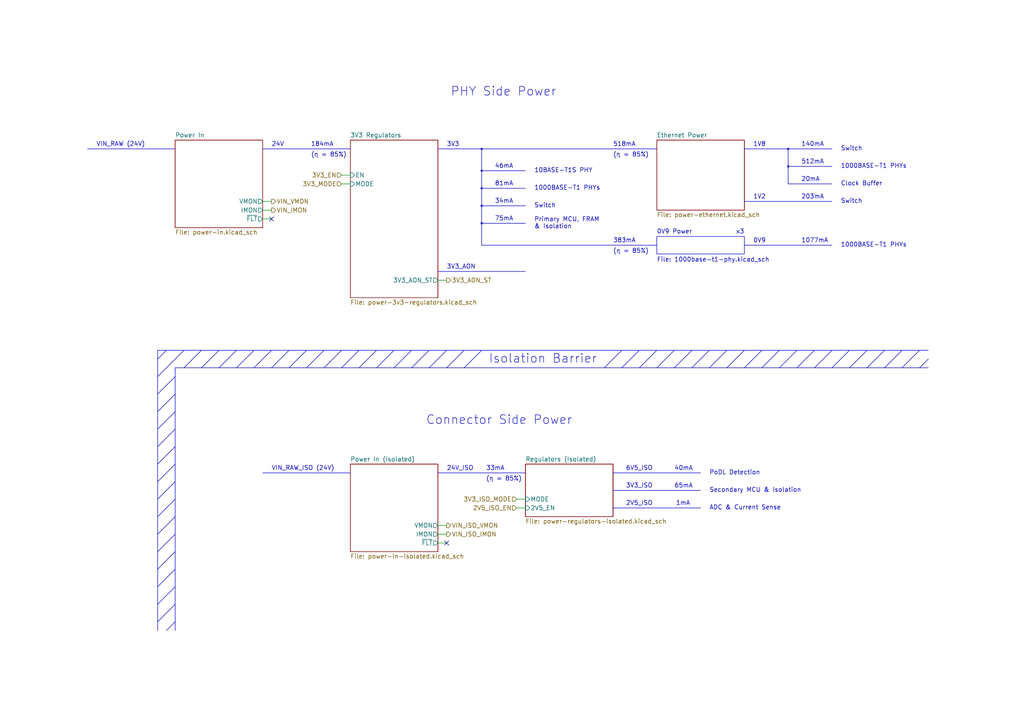
<source format=kicad_sch>
(kicad_sch
	(version 20250114)
	(generator "eeschema")
	(generator_version "9.0")
	(uuid "a5dbc0e8-35b2-4b3f-af95-8a48a572a6cf")
	(paper "A4")
	(title_block
		(title "Power")
		(date "2025-06-30")
		(comment 4 "Block diagram of the power supply scheme for both sides of the isolation barrier.")
	)
	(lib_symbols)
	(circle
		(center 228.6 48.26)
		(radius 0.254)
		(stroke
			(width 0)
			(type solid)
		)
		(fill
			(type color)
			(color 0 0 0 0)
		)
		(uuid 254e1f99-c273-4a82-bc36-0891e35c2976)
	)
	(circle
		(center 139.7 59.69)
		(radius 0.254)
		(stroke
			(width 0)
			(type solid)
		)
		(fill
			(type color)
			(color 0 0 0 0)
		)
		(uuid 37880b20-c48e-4818-ab9a-921a402915e9)
	)
	(circle
		(center 139.7 49.53)
		(radius 0.254)
		(stroke
			(width 0)
			(type solid)
		)
		(fill
			(type color)
			(color 0 0 0 0)
		)
		(uuid 5b52a593-29da-4ee1-bf26-24abdf0bb604)
	)
	(circle
		(center 139.7 64.77)
		(radius 0.254)
		(stroke
			(width 0)
			(type solid)
		)
		(fill
			(type color)
			(color 0 0 0 0)
		)
		(uuid 60569ff2-edac-4790-bb94-214567452022)
	)
	(circle
		(center 139.7 54.61)
		(radius 0.254)
		(stroke
			(width 0)
			(type solid)
		)
		(fill
			(type color)
			(color 0 0 0 0)
		)
		(uuid 8476108a-e8ad-4452-bb09-23186216f4d2)
	)
	(circle
		(center 139.7 43.18)
		(radius 0.254)
		(stroke
			(width 0)
			(type solid)
		)
		(fill
			(type color)
			(color 0 0 0 0)
		)
		(uuid b3af266a-04bf-4110-9f7a-5c4ae7be3e3c)
	)
	(circle
		(center 228.6 43.18)
		(radius 0.254)
		(stroke
			(width 0)
			(type solid)
		)
		(fill
			(type color)
			(color 0 0 0 0)
		)
		(uuid c2981d2e-12c7-44cf-aa53-c2b2267aacb8)
	)
	(text "1V2"
		(exclude_from_sim no)
		(at 218.44 57.15 0)
		(effects
			(font
				(size 1.27 1.27)
			)
			(justify left)
		)
		(uuid "00a18a89-dc1a-4873-86e9-53b7fdeacf89")
	)
	(text "Primary MCU, FRAM\n& Isolation"
		(exclude_from_sim no)
		(at 154.94 64.77 0)
		(effects
			(font
				(size 1.27 1.27)
			)
			(justify left)
			(href "#8")
		)
		(uuid "00bd2731-771e-4808-bca6-a6b5147b54c5")
	)
	(text "VIN_RAW_ISO (24V)"
		(exclude_from_sim no)
		(at 78.74 135.89 0)
		(effects
			(font
				(size 1.27 1.27)
			)
			(justify left)
		)
		(uuid "03748e91-ef05-4665-a605-f63a73c1ed24")
	)
	(text "34mA"
		(exclude_from_sim no)
		(at 143.51 58.42 0)
		(effects
			(font
				(size 1.27 1.27)
			)
			(justify left)
		)
		(uuid "04c9438d-bf30-4274-8ba7-efe8beb568af")
	)
	(text "81mA"
		(exclude_from_sim no)
		(at 143.51 53.34 0)
		(effects
			(font
				(size 1.27 1.27)
			)
			(justify left)
		)
		(uuid "0960c66e-7f90-46b7-97a2-c0cb7495dbe0")
	)
	(text "VIN_RAW (24V)"
		(exclude_from_sim no)
		(at 27.94 41.91 0)
		(effects
			(font
				(size 1.27 1.27)
			)
			(justify left)
		)
		(uuid "0a7378f8-f272-4c34-894f-4f0b02d1a97e")
	)
	(text "(η = 85%)"
		(exclude_from_sim no)
		(at 140.97 139.7 0)
		(effects
			(font
				(size 1.27 1.27)
			)
			(justify left bottom)
		)
		(uuid "0dfb5673-b435-40e1-a7b0-1dd9c4f67d0a")
	)
	(text "Clock Buffer"
		(exclude_from_sim no)
		(at 243.84 53.34 0)
		(effects
			(font
				(size 1.27 1.27)
			)
			(justify left)
			(href "#12")
		)
		(uuid "10ba64cc-917e-40ae-9869-f64947bf0b43")
	)
	(text "Switch"
		(exclude_from_sim no)
		(at 154.94 59.69 0)
		(effects
			(font
				(size 1.27 1.27)
			)
			(justify left)
			(href "#9")
		)
		(uuid "1293fd66-1501-40cb-8e2d-fbb3514aefb9")
	)
	(text "40mA"
		(exclude_from_sim no)
		(at 195.58 135.89 0)
		(effects
			(font
				(size 1.27 1.27)
			)
			(justify left)
		)
		(uuid "1c6c39a2-b0b5-4d6d-a557-c480c14ba0cd")
	)
	(text "1V8"
		(exclude_from_sim no)
		(at 218.44 41.91 0)
		(effects
			(font
				(size 1.27 1.27)
			)
			(justify left)
		)
		(uuid "2231b1d6-6412-4c78-a628-fb4e8264ed57")
	)
	(text "10BASE-T1S PHY"
		(exclude_from_sim no)
		(at 154.94 49.53 0)
		(effects
			(font
				(size 1.27 1.27)
			)
			(justify left)
			(href "#16")
		)
		(uuid "2c2753d4-203e-4d2f-a031-1a15bbc48c14")
	)
	(text "3V3"
		(exclude_from_sim no)
		(at 129.54 41.91 0)
		(effects
			(font
				(size 1.27 1.27)
			)
			(justify left)
		)
		(uuid "36988b38-698f-4cd2-9b25-5bc23a22c6cd")
	)
	(text "(η = 85%)"
		(exclude_from_sim no)
		(at 177.8 45.72 0)
		(effects
			(font
				(size 1.27 1.27)
			)
			(justify left bottom)
		)
		(uuid "387ddc8f-e1f5-402b-8d99-83aaa3ca66e4")
	)
	(text "140mA"
		(exclude_from_sim no)
		(at 232.41 41.91 0)
		(effects
			(font
				(size 1.27 1.27)
			)
			(justify left)
		)
		(uuid "3e7b7d56-b411-48b7-96ac-0404bd72ed73")
	)
	(text "24V_ISO"
		(exclude_from_sim no)
		(at 129.54 135.89 0)
		(effects
			(font
				(size 1.27 1.27)
			)
			(justify left)
		)
		(uuid "4351b5c7-bc00-45e8-84ec-5a41669a2190")
	)
	(text "33mA"
		(exclude_from_sim no)
		(at 140.97 135.89 0)
		(effects
			(font
				(size 1.27 1.27)
			)
			(justify left)
		)
		(uuid "4893daa9-492e-4043-b13e-aa705810f1cc")
	)
	(text "512mA"
		(exclude_from_sim no)
		(at 232.41 46.99 0)
		(effects
			(font
				(size 1.27 1.27)
			)
			(justify left)
		)
		(uuid "57f0d8c0-77f0-449c-af33-87b6e37be32b")
	)
	(text "1mA"
		(exclude_from_sim no)
		(at 198.12 146.05 0)
		(effects
			(font
				(size 1.27 1.27)
			)
		)
		(uuid "5c7ea2d9-be0b-45bc-bb49-a54486aeb4c5")
	)
	(text "46mA"
		(exclude_from_sim no)
		(at 143.51 48.26 0)
		(effects
			(font
				(size 1.27 1.27)
			)
			(justify left)
		)
		(uuid "5c87de94-c792-4250-aa0f-0f5b34159c4c")
	)
	(text "0V9 Power"
		(exclude_from_sim no)
		(at 190.5 67.31 0)
		(effects
			(font
				(size 1.27 1.27)
			)
			(justify left)
			(href "#13")
		)
		(uuid "5cecc79f-f7b7-4090-a180-0068a3658940")
	)
	(text "(η = 85%)"
		(exclude_from_sim no)
		(at 177.8 73.66 0)
		(effects
			(font
				(size 1.27 1.27)
			)
			(justify left bottom)
		)
		(uuid "6470396a-c567-481a-a82f-1004cd40a5c8")
	)
	(text "1000BASE-T1 PHYs"
		(exclude_from_sim no)
		(at 243.84 48.26 0)
		(effects
			(font
				(size 1.27 1.27)
			)
			(justify left)
			(href "#13")
		)
		(uuid "6c041514-db93-4fe5-a826-666ec3796d57")
	)
	(text "24V"
		(exclude_from_sim no)
		(at 78.74 41.91 0)
		(effects
			(font
				(size 1.27 1.27)
			)
			(justify left)
		)
		(uuid "6c0c026e-64b2-4621-b12d-e29a7242d78c")
	)
	(text "1000BASE-T1 PHYs"
		(exclude_from_sim no)
		(at 243.84 71.12 0)
		(effects
			(font
				(size 1.27 1.27)
			)
			(justify left)
			(href "#13")
		)
		(uuid "6d37c54f-149d-4c8b-b600-e54ee70f325e")
	)
	(text "File: 1000base-t1-phy.kicad_sch"
		(exclude_from_sim no)
		(at 190.5 76.2 0)
		(effects
			(font
				(size 1.27 1.27)
			)
			(justify left bottom)
			(href "#13")
		)
		(uuid "707ac8e5-cc41-409f-a911-ddcf6e2f3ef5")
	)
	(text "Switch"
		(exclude_from_sim no)
		(at 243.84 43.18 0)
		(effects
			(font
				(size 1.27 1.27)
			)
			(justify left)
			(href "#9")
		)
		(uuid "7ef54173-860c-473b-b405-aa936d77935f")
	)
	(text "518mA"
		(exclude_from_sim no)
		(at 177.8 41.91 0)
		(effects
			(font
				(size 1.27 1.27)
			)
			(justify left)
		)
		(uuid "863651d8-26dd-4f26-8f5e-3bbc918c145d")
	)
	(text "PHY Side Power"
		(exclude_from_sim no)
		(at 146.05 26.67 0)
		(effects
			(font
				(size 2.54 2.54)
			)
		)
		(uuid "8d8dc95c-2dfb-42cc-b8d9-e7c26a266a1d")
	)
	(text "184mA"
		(exclude_from_sim no)
		(at 90.17 41.91 0)
		(effects
			(font
				(size 1.27 1.27)
			)
			(justify left)
		)
		(uuid "929556d0-c5f8-477d-82c3-c0094f8562d8")
	)
	(text "1077mA"
		(exclude_from_sim no)
		(at 232.41 69.85 0)
		(effects
			(font
				(size 1.27 1.27)
			)
			(justify left)
		)
		(uuid "950f1bab-eec5-475b-a508-6c035ec0e891")
	)
	(text "(η = 85%)"
		(exclude_from_sim no)
		(at 90.17 45.72 0)
		(effects
			(font
				(size 1.27 1.27)
			)
			(justify left bottom)
		)
		(uuid "a3196fa5-8deb-4370-876c-8b41b2d12b2e")
	)
	(text "6V5_ISO"
		(exclude_from_sim no)
		(at 185.42 135.89 0)
		(effects
			(font
				(size 1.27 1.27)
			)
		)
		(uuid "a69d193f-4569-44c5-9924-83cafb527415")
	)
	(text "Isolation Barrier"
		(exclude_from_sim no)
		(at 157.48 104.14 0)
		(effects
			(font
				(size 2.54 2.54)
			)
		)
		(uuid "ad9458a2-f174-4c97-a10d-6406407f37d8")
	)
	(text "PoDL Detection"
		(exclude_from_sim no)
		(at 205.74 137.16 0)
		(effects
			(font
				(size 1.27 1.27)
			)
			(justify left)
			(href "#22")
		)
		(uuid "b6139e4d-642c-4766-b949-00e659c24e47")
	)
	(text "2V5_ISO"
		(exclude_from_sim no)
		(at 185.42 146.05 0)
		(effects
			(font
				(size 1.27 1.27)
			)
		)
		(uuid "b77a8213-dd74-4e58-a2b8-3ad5e5f93f83")
	)
	(text "Switch"
		(exclude_from_sim no)
		(at 243.84 58.42 0)
		(effects
			(font
				(size 1.27 1.27)
			)
			(justify left)
			(href "#9")
		)
		(uuid "b848f3fd-759b-4793-b3e5-d037f3d658a5")
	)
	(text "Connector Side Power"
		(exclude_from_sim no)
		(at 144.78 121.92 0)
		(effects
			(font
				(size 2.54 2.54)
			)
		)
		(uuid "b8bb745e-ead6-4b99-8efd-a206101f264b")
	)
	(text "383mA"
		(exclude_from_sim no)
		(at 177.8 69.85 0)
		(effects
			(font
				(size 1.27 1.27)
			)
			(justify left)
		)
		(uuid "b904eb66-6d4d-47b4-8923-49d352e70e36")
	)
	(text "1000BASE-T1 PHYs"
		(exclude_from_sim no)
		(at 154.94 54.61 0)
		(effects
			(font
				(size 1.27 1.27)
			)
			(justify left)
			(href "#13")
		)
		(uuid "ba08ee6f-06b5-430a-aba9-a37545545abe")
	)
	(text "203mA"
		(exclude_from_sim no)
		(at 232.41 57.15 0)
		(effects
			(font
				(size 1.27 1.27)
			)
			(justify left)
		)
		(uuid "befd126d-fe4d-4689-a38b-2dbcaeff9344")
	)
	(text "75mA"
		(exclude_from_sim no)
		(at 143.51 63.5 0)
		(effects
			(font
				(size 1.27 1.27)
			)
			(justify left)
		)
		(uuid "c898b654-2cbc-4e5d-a2e9-9691c0f8b358")
	)
	(text "Secondary MCU & Isolation"
		(exclude_from_sim no)
		(at 205.74 142.24 0)
		(effects
			(font
				(size 1.27 1.27)
			)
			(justify left)
			(href "#26")
		)
		(uuid "c8fb48c0-cb71-4485-ab49-f8204f91da2f")
	)
	(text "65mA"
		(exclude_from_sim no)
		(at 195.58 140.97 0)
		(effects
			(font
				(size 1.27 1.27)
			)
			(justify left)
		)
		(uuid "cf5056ee-cb59-491d-aab6-dea17adb345b")
	)
	(text "ADC & Current Sense"
		(exclude_from_sim no)
		(at 205.74 147.32 0)
		(effects
			(font
				(size 1.27 1.27)
			)
			(justify left)
			(href "#26")
		)
		(uuid "d269f3ad-1906-443b-9f59-d004d12713f5")
	)
	(text "3V3_AON"
		(exclude_from_sim no)
		(at 129.54 77.47 0)
		(effects
			(font
				(size 1.27 1.27)
			)
			(justify left)
		)
		(uuid "d2fd49bc-07d8-43f5-b487-d5e43e82b373")
	)
	(text "20mA"
		(exclude_from_sim no)
		(at 232.41 52.07 0)
		(effects
			(font
				(size 1.27 1.27)
			)
			(justify left)
		)
		(uuid "dc60b5d7-b337-456b-a378-5c26c23fbf5f")
	)
	(text "0V9"
		(exclude_from_sim no)
		(at 218.44 69.85 0)
		(effects
			(font
				(size 1.27 1.27)
			)
			(justify left)
		)
		(uuid "e23412ba-cd59-4fe4-9881-f70355393fee")
	)
	(text "x3"
		(exclude_from_sim no)
		(at 215.9 67.31 0)
		(effects
			(font
				(size 1.27 1.27)
			)
			(justify right)
		)
		(uuid "f001864c-2fa6-4f8e-bc15-f42c7fc6db03")
	)
	(text "3V3_ISO"
		(exclude_from_sim no)
		(at 185.42 140.97 0)
		(effects
			(font
				(size 1.27 1.27)
			)
		)
		(uuid "f9b14070-8fb5-46e4-ae82-cfcd82d0980d")
	)
	(text_box ""
		(exclude_from_sim no)
		(at 190.5 68.58 0)
		(size 25.4 5.08)
		(margins 0.9525 0.9525 0.9525 0.9525)
		(stroke
			(width 0)
			(type solid)
		)
		(fill
			(type none)
		)
		(effects
			(font
				(size 1.27 1.27)
			)
			(justify left top)
			(href "#13")
		)
		(uuid "f03acaed-6c6c-4964-83f4-c27f9aeb9f10")
	)
	(no_connect
		(at 78.74 63.5)
		(uuid "186746c4-9408-44c1-b8da-207fb0e30b38")
	)
	(no_connect
		(at 129.54 157.48)
		(uuid "d413de82-e2f4-4fdb-a022-6ce2c801cdc8")
	)
	(wire
		(pts
			(xy 76.2 60.96) (xy 78.74 60.96)
		)
		(stroke
			(width 0)
			(type default)
		)
		(uuid "030a7c8b-3547-4452-af7a-50d84f42dda2")
	)
	(polyline
		(pts
			(xy 220.98 106.68) (xy 226.06 101.6)
		)
		(stroke
			(width 0)
			(type default)
		)
		(uuid "03f3e5b9-a809-467f-b290-d558e687c35e")
	)
	(polyline
		(pts
			(xy 269.24 106.68) (xy 50.8 106.68)
		)
		(stroke
			(width 0)
			(type default)
		)
		(uuid "0877cab2-3923-4d0e-b856-bb05b38e1026")
	)
	(polyline
		(pts
			(xy 50.8 106.68) (xy 50.8 182.88)
		)
		(stroke
			(width 0)
			(type default)
		)
		(uuid "0b41d8fd-c6fc-4ff9-92c7-06b284c8f25b")
	)
	(polyline
		(pts
			(xy 269.24 101.6) (xy 45.72 101.6)
		)
		(stroke
			(width 0)
			(type default)
		)
		(uuid "0d39160c-ed6d-4223-b2ed-9e9aac28feba")
	)
	(polyline
		(pts
			(xy 177.8 137.16) (xy 203.2 137.16)
		)
		(stroke
			(width 0)
			(type default)
		)
		(uuid "0eb798c2-0993-403b-96c2-efa5522aa4c4")
	)
	(polyline
		(pts
			(xy 228.6 53.34) (xy 241.3 53.34)
		)
		(stroke
			(width 0)
			(type default)
		)
		(uuid "11a1d2b4-5097-466b-8fff-acf7655467d6")
	)
	(polyline
		(pts
			(xy 76.2 43.18) (xy 101.6 43.18)
		)
		(stroke
			(width 0)
			(type default)
		)
		(uuid "1872a503-2ff7-45b0-9e01-a8fc2221d580")
	)
	(polyline
		(pts
			(xy 45.72 180.34) (xy 50.8 175.26)
		)
		(stroke
			(width 0)
			(type default)
		)
		(uuid "1ee65675-e29a-4756-aa72-63bc62b9f461")
	)
	(polyline
		(pts
			(xy 25.4 43.18) (xy 50.8 43.18)
		)
		(stroke
			(width 0)
			(type default)
		)
		(uuid "2112e838-dd79-4f5f-8a17-3f81f1a434c0")
	)
	(polyline
		(pts
			(xy 63.5 106.68) (xy 68.58 101.6)
		)
		(stroke
			(width 0)
			(type default)
		)
		(uuid "219f6f81-3017-4a51-8fc6-3b592dc18e81")
	)
	(polyline
		(pts
			(xy 104.14 106.68) (xy 109.22 101.6)
		)
		(stroke
			(width 0)
			(type default)
		)
		(uuid "21c0dec3-7369-4578-bcab-c639977e0ca5")
	)
	(polyline
		(pts
			(xy 45.72 170.18) (xy 50.8 165.1)
		)
		(stroke
			(width 0)
			(type default)
		)
		(uuid "2409f6a1-38ed-4e2a-9eb4-97147aa1fa18")
	)
	(polyline
		(pts
			(xy 45.72 149.86) (xy 50.8 144.78)
		)
		(stroke
			(width 0)
			(type default)
		)
		(uuid "2485c348-b493-45dd-83b2-78bca532aa24")
	)
	(polyline
		(pts
			(xy 139.7 54.61) (xy 139.7 59.69)
		)
		(stroke
			(width 0)
			(type default)
		)
		(uuid "2665d11a-1899-47ec-bf6a-9a41b58870b5")
	)
	(polyline
		(pts
			(xy 139.7 64.77) (xy 139.7 71.12)
		)
		(stroke
			(width 0)
			(type default)
		)
		(uuid "26b88b15-984b-4f6a-a97b-3210267074a2")
	)
	(polyline
		(pts
			(xy 68.58 106.68) (xy 73.66 101.6)
		)
		(stroke
			(width 0)
			(type default)
		)
		(uuid "27a0cb94-2615-4485-bb53-1b75b08f6cb3")
	)
	(polyline
		(pts
			(xy 139.7 49.53) (xy 139.7 54.61)
		)
		(stroke
			(width 0)
			(type default)
		)
		(uuid "2c797bb9-b397-450a-bb4c-985396e09dfb")
	)
	(polyline
		(pts
			(xy 45.72 124.46) (xy 50.8 119.38)
		)
		(stroke
			(width 0)
			(type default)
		)
		(uuid "308533b8-afd7-432b-96ee-af3a8472a6f8")
	)
	(wire
		(pts
			(xy 99.06 50.8) (xy 101.6 50.8)
		)
		(stroke
			(width 0)
			(type default)
		)
		(uuid "3093ead3-7f59-4a03-8e0f-20eefbc1119c")
	)
	(polyline
		(pts
			(xy 236.22 106.68) (xy 241.3 101.6)
		)
		(stroke
			(width 0)
			(type default)
		)
		(uuid "348878df-cbda-4e0b-ae73-2e9644eb4f43")
	)
	(polyline
		(pts
			(xy 205.74 106.68) (xy 210.82 101.6)
		)
		(stroke
			(width 0)
			(type default)
		)
		(uuid "3d809996-9c23-4f31-a3a9-43fbfc67b308")
	)
	(polyline
		(pts
			(xy 48.26 182.88) (xy 50.8 180.34)
		)
		(stroke
			(width 0)
			(type default)
		)
		(uuid "40580ace-e26e-47a4-9290-f764767a741e")
	)
	(polyline
		(pts
			(xy 226.06 106.68) (xy 231.14 101.6)
		)
		(stroke
			(width 0)
			(type default)
		)
		(uuid "411a84d3-1981-419e-8ea1-7e93c23cfd93")
	)
	(polyline
		(pts
			(xy 73.66 106.68) (xy 78.74 101.6)
		)
		(stroke
			(width 0)
			(type default)
		)
		(uuid "416dcb12-9449-4042-8ff0-41e7f4296598")
	)
	(polyline
		(pts
			(xy 228.6 48.26) (xy 241.3 48.26)
		)
		(stroke
			(width 0)
			(type default)
		)
		(uuid "43b76f4d-9525-42b9-bac4-7adde44f20b7")
	)
	(polyline
		(pts
			(xy 88.9 106.68) (xy 93.98 101.6)
		)
		(stroke
			(width 0)
			(type default)
		)
		(uuid "49daf64b-5853-4c45-9ebf-9d7b3c67cf07")
	)
	(polyline
		(pts
			(xy 210.82 106.68) (xy 215.9 101.6)
		)
		(stroke
			(width 0)
			(type default)
		)
		(uuid "4a71b9ae-f07d-498b-9f4a-19e69b8a879f")
	)
	(polyline
		(pts
			(xy 99.06 106.68) (xy 104.14 101.6)
		)
		(stroke
			(width 0)
			(type default)
		)
		(uuid "4d32b827-d5ce-431b-8747-e66ec276e282")
	)
	(polyline
		(pts
			(xy 266.7 106.68) (xy 269.24 104.14)
		)
		(stroke
			(width 0)
			(type default)
		)
		(uuid "4fbf8c6e-0370-4f30-98ed-b3a17338159a")
	)
	(polyline
		(pts
			(xy 177.8 142.24) (xy 203.2 142.24)
		)
		(stroke
			(width 0)
			(type default)
		)
		(uuid "54e87a2e-c484-43e8-a5ec-6f9ea8ef6eb9")
	)
	(polyline
		(pts
			(xy 261.62 106.68) (xy 266.7 101.6)
		)
		(stroke
			(width 0)
			(type default)
		)
		(uuid "55876755-9a1f-4124-b43c-2fa85f7c2c15")
	)
	(polyline
		(pts
			(xy 45.72 165.1) (xy 50.8 160.02)
		)
		(stroke
			(width 0)
			(type default)
		)
		(uuid "5814aeeb-31a4-4f09-835f-5d0147ed698a")
	)
	(polyline
		(pts
			(xy 200.66 106.68) (xy 205.74 101.6)
		)
		(stroke
			(width 0)
			(type default)
		)
		(uuid "585cb940-52e5-4003-916a-c6d693323321")
	)
	(polyline
		(pts
			(xy 246.38 106.68) (xy 251.46 101.6)
		)
		(stroke
			(width 0)
			(type default)
		)
		(uuid "5e1d165a-529c-4863-a7fb-007fd02f8e89")
	)
	(polyline
		(pts
			(xy 175.26 106.68) (xy 180.34 101.6)
		)
		(stroke
			(width 0)
			(type default)
		)
		(uuid "5f987fc4-eb28-4b7e-b039-efee33d8d1f8")
	)
	(polyline
		(pts
			(xy 45.72 160.02) (xy 50.8 154.94)
		)
		(stroke
			(width 0)
			(type default)
		)
		(uuid "60d667da-e60c-446c-b48d-488eb3938b00")
	)
	(polyline
		(pts
			(xy 119.38 106.68) (xy 124.46 101.6)
		)
		(stroke
			(width 0)
			(type default)
		)
		(uuid "62691fe4-7253-4525-80f0-ff829338e995")
	)
	(wire
		(pts
			(xy 127 81.28) (xy 129.54 81.28)
		)
		(stroke
			(width 0)
			(type default)
		)
		(uuid "656e36d7-b77d-4613-85cc-c4846f8fb148")
	)
	(polyline
		(pts
			(xy 139.7 49.53) (xy 152.4 49.53)
		)
		(stroke
			(width 0)
			(type default)
		)
		(uuid "67dc7bce-fee6-404e-b4ca-e6c2770c23e8")
	)
	(polyline
		(pts
			(xy 45.72 109.22) (xy 53.34 101.6)
		)
		(stroke
			(width 0)
			(type default)
		)
		(uuid "6deb975b-d828-48f6-8c4e-25b15868f040")
	)
	(polyline
		(pts
			(xy 231.14 106.68) (xy 236.22 101.6)
		)
		(stroke
			(width 0)
			(type default)
		)
		(uuid "71de97b1-a3b8-4ba6-9ca8-8bbd153554b1")
	)
	(polyline
		(pts
			(xy 58.42 106.68) (xy 63.5 101.6)
		)
		(stroke
			(width 0)
			(type default)
		)
		(uuid "749e697f-c0f8-43fc-ac6f-25b869b8a719")
	)
	(polyline
		(pts
			(xy 124.46 106.68) (xy 129.54 101.6)
		)
		(stroke
			(width 0)
			(type default)
		)
		(uuid "7d0ad5f9-5593-4213-9fa0-1809811545fc")
	)
	(polyline
		(pts
			(xy 53.34 106.68) (xy 58.42 101.6)
		)
		(stroke
			(width 0)
			(type default)
		)
		(uuid "7d4b879c-21de-4427-b759-54dc2b489270")
	)
	(polyline
		(pts
			(xy 78.74 106.68) (xy 83.82 101.6)
		)
		(stroke
			(width 0)
			(type default)
		)
		(uuid "7e39c795-2056-4c9d-ae1b-84f0d08ebcf6")
	)
	(polyline
		(pts
			(xy 139.7 71.12) (xy 190.5 71.12)
		)
		(stroke
			(width 0)
			(type default)
		)
		(uuid "80e2ae2e-f5f7-4d17-aa09-91f47f951cf5")
	)
	(polyline
		(pts
			(xy 129.54 106.68) (xy 134.62 101.6)
		)
		(stroke
			(width 0)
			(type default)
		)
		(uuid "81906d00-5d6b-4e5b-b013-86c7df48ccb6")
	)
	(polyline
		(pts
			(xy 93.98 106.68) (xy 99.06 101.6)
		)
		(stroke
			(width 0)
			(type default)
		)
		(uuid "8204adaa-cff4-46dd-bef3-51d443068ebb")
	)
	(polyline
		(pts
			(xy 45.72 114.3) (xy 50.8 109.22)
		)
		(stroke
			(width 0)
			(type default)
		)
		(uuid "82df3259-74b3-49e2-bae8-4a87f51149ad")
	)
	(polyline
		(pts
			(xy 139.7 43.18) (xy 139.7 49.53)
		)
		(stroke
			(width 0)
			(type default)
		)
		(uuid "849f040e-1d94-4117-94bb-5b7e44b1c6e7")
	)
	(polyline
		(pts
			(xy 190.5 106.68) (xy 195.58 101.6)
		)
		(stroke
			(width 0)
			(type default)
		)
		(uuid "8739b2d9-f6ef-4343-b06b-e9ff35639def")
	)
	(polyline
		(pts
			(xy 45.72 129.54) (xy 50.8 124.46)
		)
		(stroke
			(width 0)
			(type default)
		)
		(uuid "8ae53022-9367-4a6c-a63b-c1a0227bdadf")
	)
	(polyline
		(pts
			(xy 114.3 106.68) (xy 119.38 101.6)
		)
		(stroke
			(width 0)
			(type default)
		)
		(uuid "8e3d22f0-3745-4fa0-ab26-409f17d7e0fe")
	)
	(polyline
		(pts
			(xy 45.72 154.94) (xy 50.8 149.86)
		)
		(stroke
			(width 0)
			(type default)
		)
		(uuid "929e530d-5f07-4f5e-addb-2ca1a3573c60")
	)
	(polyline
		(pts
			(xy 127 43.18) (xy 190.5 43.18)
		)
		(stroke
			(width 0)
			(type default)
		)
		(uuid "9328c094-517d-4eb4-b5c3-ec1fa3967622")
	)
	(polyline
		(pts
			(xy 45.72 175.26) (xy 50.8 170.18)
		)
		(stroke
			(width 0)
			(type default)
		)
		(uuid "936cd0b8-9088-48d8-b5e7-92f1b6841de4")
	)
	(polyline
		(pts
			(xy 83.82 106.68) (xy 88.9 101.6)
		)
		(stroke
			(width 0)
			(type default)
		)
		(uuid "93cc3fc7-a1e0-47d2-aa62-510e35ff038d")
	)
	(polyline
		(pts
			(xy 139.7 59.69) (xy 152.4 59.69)
		)
		(stroke
			(width 0)
			(type default)
		)
		(uuid "97fb6c68-564f-42f0-9f82-929bf342fd43")
	)
	(wire
		(pts
			(xy 76.2 58.42) (xy 78.74 58.42)
		)
		(stroke
			(width 0)
			(type default)
		)
		(uuid "9f6b6b3e-36d0-4c4a-94d2-5d6746c6c9c7")
	)
	(polyline
		(pts
			(xy 139.7 54.61) (xy 152.4 54.61)
		)
		(stroke
			(width 0)
			(type default)
		)
		(uuid "a2761885-5587-4e3e-b830-6458c486797f")
	)
	(polyline
		(pts
			(xy 127 78.74) (xy 152.4 78.74)
		)
		(stroke
			(width 0)
			(type default)
		)
		(uuid "a9b564da-9cee-43e1-a37e-4bd96b755fe7")
	)
	(polyline
		(pts
			(xy 45.72 139.7) (xy 50.8 134.62)
		)
		(stroke
			(width 0)
			(type default)
		)
		(uuid "ac9f4ee0-8228-4824-aedf-a0ee9d80671f")
	)
	(wire
		(pts
			(xy 99.06 53.34) (xy 101.6 53.34)
		)
		(stroke
			(width 0)
			(type default)
		)
		(uuid "af31646d-0e1b-4236-9ae0-19b04354cdda")
	)
	(polyline
		(pts
			(xy 76.2 137.16) (xy 101.6 137.16)
		)
		(stroke
			(width 0)
			(type default)
		)
		(uuid "b604a23d-43a7-4286-89e8-aa6b7c09e130")
	)
	(wire
		(pts
			(xy 127 152.4) (xy 129.54 152.4)
		)
		(stroke
			(width 0)
			(type default)
		)
		(uuid "bf77499f-e4ea-46bb-85a6-6ae3a49fa42b")
	)
	(polyline
		(pts
			(xy 228.6 43.18) (xy 228.6 48.26)
		)
		(stroke
			(width 0)
			(type default)
		)
		(uuid "c4ee999f-019f-4fa8-991e-75a7c2586b44")
	)
	(polyline
		(pts
			(xy 241.3 106.68) (xy 246.38 101.6)
		)
		(stroke
			(width 0)
			(type default)
		)
		(uuid "c93bf615-e2f5-4ffd-8cb3-6514f1772d3a")
	)
	(polyline
		(pts
			(xy 45.72 101.6) (xy 45.72 182.88)
		)
		(stroke
			(width 0)
			(type default)
		)
		(uuid "ccc0936f-a104-4e66-baf0-06b3792c2954")
	)
	(polyline
		(pts
			(xy 177.8 147.32) (xy 203.2 147.32)
		)
		(stroke
			(width 0)
			(type default)
		)
		(uuid "cd7b557e-3b62-4e3e-8492-9fb03dd536aa")
	)
	(polyline
		(pts
			(xy 215.9 71.12) (xy 241.3 71.12)
		)
		(stroke
			(width 0)
			(type default)
		)
		(uuid "d3e44fa0-0d34-4400-b106-0d8aad591e8a")
	)
	(polyline
		(pts
			(xy 127 137.16) (xy 152.4 137.16)
		)
		(stroke
			(width 0)
			(type default)
		)
		(uuid "d5cd3c62-74f7-4a68-a54d-bee9c5df4a70")
	)
	(polyline
		(pts
			(xy 45.72 104.14) (xy 48.26 101.6)
		)
		(stroke
			(width 0)
			(type default)
		)
		(uuid "da5a174b-ae44-4038-9cfa-6c1f5ff36a4c")
	)
	(polyline
		(pts
			(xy 109.22 106.68) (xy 114.3 101.6)
		)
		(stroke
			(width 0)
			(type default)
		)
		(uuid "de062d1b-f3a2-4a39-8fa9-cd7723bec6c4")
	)
	(polyline
		(pts
			(xy 134.62 106.68) (xy 139.7 101.6)
		)
		(stroke
			(width 0)
			(type default)
		)
		(uuid "e0867f68-298c-4208-ad0a-ada57cdcfb1d")
	)
	(polyline
		(pts
			(xy 45.72 144.78) (xy 50.8 139.7)
		)
		(stroke
			(width 0)
			(type default)
		)
		(uuid "e0cf82c3-6553-4b94-b5b5-a5cbc246b66f")
	)
	(polyline
		(pts
			(xy 185.42 106.68) (xy 190.5 101.6)
		)
		(stroke
			(width 0)
			(type default)
		)
		(uuid "e1483958-6fdf-4119-a889-48095a32259c")
	)
	(polyline
		(pts
			(xy 215.9 58.42) (xy 241.3 58.42)
		)
		(stroke
			(width 0)
			(type default)
		)
		(uuid "e2159e0e-88e5-4d75-950c-ca8e81fbf285")
	)
	(polyline
		(pts
			(xy 215.9 106.68) (xy 220.98 101.6)
		)
		(stroke
			(width 0)
			(type default)
		)
		(uuid "e5a8ae35-43cf-4938-a2fe-b6609ed6021e")
	)
	(polyline
		(pts
			(xy 228.6 48.26) (xy 228.6 53.34)
		)
		(stroke
			(width 0)
			(type default)
		)
		(uuid "e76cdf2e-d149-4bea-96fb-4c207a6037d3")
	)
	(wire
		(pts
			(xy 149.86 147.32) (xy 152.4 147.32)
		)
		(stroke
			(width 0)
			(type default)
		)
		(uuid "e7b53dc6-ca3f-4062-af6b-e4d88ad6995e")
	)
	(polyline
		(pts
			(xy 139.7 64.77) (xy 152.4 64.77)
		)
		(stroke
			(width 0)
			(type default)
		)
		(uuid "edd1f13c-ad37-4c06-9807-a16987b98447")
	)
	(polyline
		(pts
			(xy 45.72 119.38) (xy 50.8 114.3)
		)
		(stroke
			(width 0)
			(type default)
		)
		(uuid "eefa8a37-de93-4113-a4b3-99f7ad0601d4")
	)
	(polyline
		(pts
			(xy 215.9 43.18) (xy 241.3 43.18)
		)
		(stroke
			(width 0)
			(type default)
		)
		(uuid "ef2ff5ef-2061-4faf-bfd1-82e179f79b0a")
	)
	(polyline
		(pts
			(xy 256.54 106.68) (xy 261.62 101.6)
		)
		(stroke
			(width 0)
			(type default)
		)
		(uuid "f0205447-a9a9-4da9-ab37-3d4efe27a08a")
	)
	(polyline
		(pts
			(xy 139.7 59.69) (xy 139.7 64.77)
		)
		(stroke
			(width 0)
			(type default)
		)
		(uuid "f25952b4-0e0f-41ae-844a-2bcf056bf6be")
	)
	(polyline
		(pts
			(xy 45.72 134.62) (xy 50.8 129.54)
		)
		(stroke
			(width 0)
			(type default)
		)
		(uuid "f269fd56-e15f-482b-ba07-030a31680329")
	)
	(polyline
		(pts
			(xy 251.46 106.68) (xy 256.54 101.6)
		)
		(stroke
			(width 0)
			(type default)
		)
		(uuid "f296aabc-211c-40e0-ada6-e90fb2bdb0c8")
	)
	(wire
		(pts
			(xy 76.2 63.5) (xy 78.74 63.5)
		)
		(stroke
			(width 0)
			(type default)
		)
		(uuid "f49b3848-0d1a-4d20-b847-5af5b515b73e")
	)
	(wire
		(pts
			(xy 149.86 144.78) (xy 152.4 144.78)
		)
		(stroke
			(width 0)
			(type default)
		)
		(uuid "f4ca9a4c-0530-4adb-a45f-56a1eb515194")
	)
	(polyline
		(pts
			(xy 180.34 106.68) (xy 185.42 101.6)
		)
		(stroke
			(width 0)
			(type default)
		)
		(uuid "f5a91e3f-77ec-49b5-a40d-36e13729b986")
	)
	(wire
		(pts
			(xy 127 154.94) (xy 129.54 154.94)
		)
		(stroke
			(width 0)
			(type default)
		)
		(uuid "f641ea67-c6c5-42e1-ae29-923c7bab1a04")
	)
	(polyline
		(pts
			(xy 195.58 106.68) (xy 200.66 101.6)
		)
		(stroke
			(width 0)
			(type default)
		)
		(uuid "f80df0db-0acf-4543-9b3b-f565026642ee")
	)
	(wire
		(pts
			(xy 127 157.48) (xy 129.54 157.48)
		)
		(stroke
			(width 0)
			(type default)
		)
		(uuid "ffe1417e-276c-47f6-983e-0652eb05cf29")
	)
	(hierarchical_label "VIN_VMON"
		(shape output)
		(at 78.74 58.42 0)
		(effects
			(font
				(size 1.27 1.27)
			)
			(justify left)
		)
		(uuid "138783f8-e140-4bc6-a5b6-eb91cc80aa03")
	)
	(hierarchical_label "3V3_MODE"
		(shape input)
		(at 99.06 53.34 180)
		(effects
			(font
				(size 1.27 1.27)
			)
			(justify right)
		)
		(uuid "234767c8-d3de-414d-93fe-8e08432cf1e6")
	)
	(hierarchical_label "2V5_ISO_EN"
		(shape input)
		(at 149.86 147.32 180)
		(effects
			(font
				(size 1.27 1.27)
			)
			(justify right)
		)
		(uuid "4d2a071c-329c-4ce0-bf0f-026d3abd350f")
	)
	(hierarchical_label "3V3_AON_ST"
		(shape output)
		(at 129.54 81.28 0)
		(effects
			(font
				(size 1.27 1.27)
			)
			(justify left)
		)
		(uuid "7299112a-ded8-4bab-a776-c01aef4a8a61")
	)
	(hierarchical_label "VIN_ISO_VMON"
		(shape output)
		(at 129.54 152.4 0)
		(effects
			(font
				(size 1.27 1.27)
			)
			(justify left)
		)
		(uuid "7ff41782-3133-41f7-a2c8-9e0002da28bb")
	)
	(hierarchical_label "VIN_ISO_IMON"
		(shape output)
		(at 129.54 154.94 0)
		(effects
			(font
				(size 1.27 1.27)
			)
			(justify left)
		)
		(uuid "a0a28575-7ed5-488c-a86f-f802bd286196")
	)
	(hierarchical_label "3V3_ISO_MODE"
		(shape input)
		(at 149.86 144.78 180)
		(effects
			(font
				(size 1.27 1.27)
			)
			(justify right)
		)
		(uuid "a5bdf924-e950-4478-b2e5-415967715a64")
	)
	(hierarchical_label "3V3_EN"
		(shape input)
		(at 99.06 50.8 180)
		(effects
			(font
				(size 1.27 1.27)
			)
			(justify right)
		)
		(uuid "eb3ad9e7-7f06-4097-8c7a-21b855ebeb99")
	)
	(hierarchical_label "VIN_IMON"
		(shape output)
		(at 78.74 60.96 0)
		(effects
			(font
				(size 1.27 1.27)
			)
			(justify left)
		)
		(uuid "fa8e8374-abb9-4b2b-9316-128d7c943f9f")
	)
	(sheet
		(at 152.4 134.62)
		(size 25.4 15.24)
		(exclude_from_sim no)
		(in_bom yes)
		(on_board yes)
		(dnp no)
		(fields_autoplaced yes)
		(stroke
			(width 0.1524)
			(type solid)
		)
		(fill
			(color 0 0 0 0.0000)
		)
		(uuid "24f4c79d-cdce-4a41-912b-1523d0b9fc64")
		(property "Sheetname" "Regulators (Isolated)"
			(at 152.4 133.9084 0)
			(effects
				(font
					(size 1.27 1.27)
				)
				(justify left bottom)
			)
		)
		(property "Sheetfile" "power-regulators-isolated.kicad_sch"
			(at 152.4 150.4446 0)
			(effects
				(font
					(size 1.27 1.27)
				)
				(justify left top)
			)
		)
		(pin "2V5_EN" input
			(at 152.4 147.32 180)
			(uuid "f0448d0c-6665-4304-95c9-b186017c98cb")
			(effects
				(font
					(size 1.27 1.27)
				)
				(justify left)
			)
		)
		(pin "MODE" input
			(at 152.4 144.78 180)
			(uuid "02a2b4be-af24-42bc-af9a-95426b34b23d")
			(effects
				(font
					(size 1.27 1.27)
				)
				(justify left)
			)
		)
		(instances
			(project "switch_main_v4"
				(path "/a5e57332-4284-4d3c-ab3c-13bc0ddb29b6/b1ff42f5-7cae-489e-9f8e-588cc93f3151"
					(page "7")
				)
			)
		)
	)
	(sheet
		(at 101.6 40.64)
		(size 25.4 45.72)
		(exclude_from_sim no)
		(in_bom yes)
		(on_board yes)
		(dnp no)
		(fields_autoplaced yes)
		(stroke
			(width 0.1524)
			(type solid)
		)
		(fill
			(color 0 0 0 0.0000)
		)
		(uuid "3215d643-ce31-476b-aa01-9096c7ce3dfb")
		(property "Sheetname" "3V3 Regulators"
			(at 101.6 39.9284 0)
			(effects
				(font
					(size 1.27 1.27)
				)
				(justify left bottom)
			)
		)
		(property "Sheetfile" "power-3v3-regulators.kicad_sch"
			(at 101.6 86.9446 0)
			(effects
				(font
					(size 1.27 1.27)
				)
				(justify left top)
			)
		)
		(pin "3V3_AON_ST" output
			(at 127 81.28 0)
			(uuid "0f3e0b37-6e40-4b70-aec3-4191d167b211")
			(effects
				(font
					(size 1.27 1.27)
				)
				(justify right)
			)
		)
		(pin "EN" input
			(at 101.6 50.8 180)
			(uuid "cdc003f3-bf61-437b-9e53-6e9547f4f0a7")
			(effects
				(font
					(size 1.27 1.27)
				)
				(justify left)
			)
		)
		(pin "MODE" input
			(at 101.6 53.34 180)
			(uuid "ab67c8f6-7771-437e-874c-ff8ae3b014ea")
			(effects
				(font
					(size 1.27 1.27)
				)
				(justify left)
			)
		)
		(instances
			(project "switch_main_v4"
				(path "/a5e57332-4284-4d3c-ab3c-13bc0ddb29b6/b1ff42f5-7cae-489e-9f8e-588cc93f3151"
					(page "4")
				)
			)
		)
	)
	(sheet
		(at 50.8 40.64)
		(size 25.4 25.4)
		(exclude_from_sim no)
		(in_bom yes)
		(on_board yes)
		(dnp no)
		(fields_autoplaced yes)
		(stroke
			(width 0.1524)
			(type solid)
		)
		(fill
			(color 0 0 0 0.0000)
		)
		(uuid "7660ee4b-63c9-4370-ad91-90cac1411452")
		(property "Sheetname" "Power In"
			(at 50.8 39.9284 0)
			(effects
				(font
					(size 1.27 1.27)
				)
				(justify left bottom)
			)
		)
		(property "Sheetfile" "power-in.kicad_sch"
			(at 50.8 66.6246 0)
			(effects
				(font
					(size 1.27 1.27)
				)
				(justify left top)
			)
		)
		(pin "IMON" output
			(at 76.2 60.96 0)
			(uuid "a47222b5-8816-471d-8800-663a736adc77")
			(effects
				(font
					(size 1.27 1.27)
				)
				(justify right)
			)
		)
		(pin "~{FLT}" output
			(at 76.2 63.5 0)
			(uuid "19ec4bf0-634c-47dc-acbe-1a870de50f95")
			(effects
				(font
					(size 1.27 1.27)
				)
				(justify right)
			)
		)
		(pin "VMON" output
			(at 76.2 58.42 0)
			(uuid "fdad8259-72d8-402a-846c-4fbb684e04e5")
			(effects
				(font
					(size 1.27 1.27)
				)
				(justify right)
			)
		)
		(instances
			(project "switch_main_v4"
				(path "/a5e57332-4284-4d3c-ab3c-13bc0ddb29b6/b1ff42f5-7cae-489e-9f8e-588cc93f3151"
					(page "3")
				)
			)
		)
	)
	(sheet
		(at 101.6 134.62)
		(size 25.4 25.4)
		(exclude_from_sim no)
		(in_bom yes)
		(on_board yes)
		(dnp no)
		(fields_autoplaced yes)
		(stroke
			(width 0.1524)
			(type solid)
		)
		(fill
			(color 0 0 0 0.0000)
		)
		(uuid "b2e985e0-3ca0-4c8f-ac20-521f3b79109e")
		(property "Sheetname" "Power In (Isolated)"
			(at 101.6 133.9084 0)
			(effects
				(font
					(size 1.27 1.27)
				)
				(justify left bottom)
			)
		)
		(property "Sheetfile" "power-in-isolated.kicad_sch"
			(at 101.6 160.6046 0)
			(effects
				(font
					(size 1.27 1.27)
				)
				(justify left top)
			)
		)
		(pin "IMON" output
			(at 127 154.94 0)
			(uuid "dc2def93-04ca-4416-9544-75ee1bd3b121")
			(effects
				(font
					(size 1.27 1.27)
				)
				(justify right)
			)
		)
		(pin "~{FLT}" output
			(at 127 157.48 0)
			(uuid "141b384f-320d-4929-9161-2aa45f55dd80")
			(effects
				(font
					(size 1.27 1.27)
				)
				(justify right)
			)
		)
		(pin "VMON" output
			(at 127 152.4 0)
			(uuid "c541e40c-f8b4-4ba2-8b34-8f3015610c8a")
			(effects
				(font
					(size 1.27 1.27)
				)
				(justify right)
			)
		)
		(instances
			(project "switch_main_v4"
				(path "/a5e57332-4284-4d3c-ab3c-13bc0ddb29b6/b1ff42f5-7cae-489e-9f8e-588cc93f3151"
					(page "6")
				)
			)
		)
	)
	(sheet
		(at 190.5 40.64)
		(size 25.4 20.32)
		(exclude_from_sim no)
		(in_bom yes)
		(on_board yes)
		(dnp no)
		(fields_autoplaced yes)
		(stroke
			(width 0.1524)
			(type solid)
		)
		(fill
			(color 0 0 0 0.0000)
		)
		(uuid "d017dddd-15df-4565-b589-89c8c78bc85c")
		(property "Sheetname" "Ethernet Power"
			(at 190.5 39.9284 0)
			(effects
				(font
					(size 1.27 1.27)
				)
				(justify left bottom)
			)
		)
		(property "Sheetfile" "power-ethernet.kicad_sch"
			(at 190.5 61.5446 0)
			(effects
				(font
					(size 1.27 1.27)
				)
				(justify left top)
			)
		)
		(instances
			(project "switch_main_v4"
				(path "/a5e57332-4284-4d3c-ab3c-13bc0ddb29b6/b1ff42f5-7cae-489e-9f8e-588cc93f3151"
					(page "5")
				)
			)
		)
	)
)

</source>
